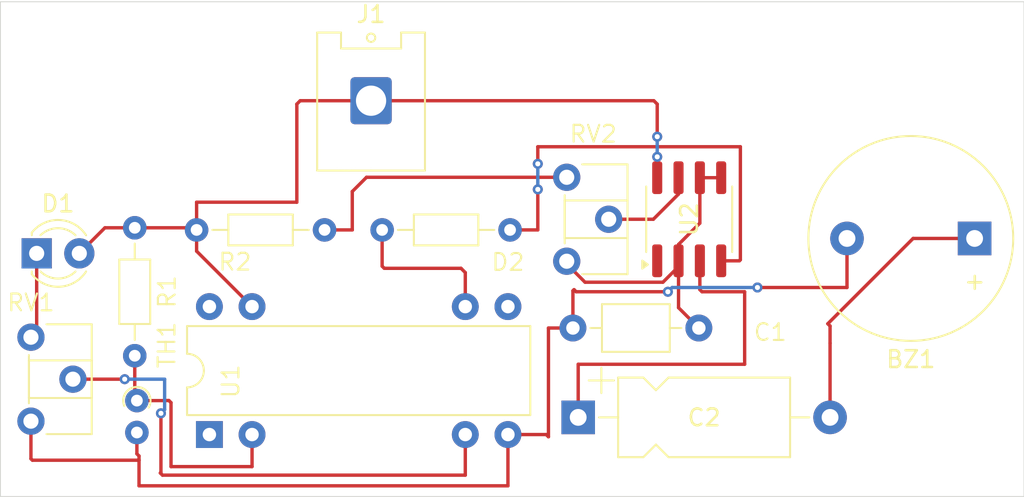
<source format=kicad_pcb>
(kicad_pcb (version 20240108) (generator "pcbnew") (generator_version "8.0")
  (layers (0 "F.Cu" signal) (31 "B.Cu" signal) (34 "B.Paste" user) (35 "F.Paste" user) (36 "B.SilkS" user "B.Silkscreen") (37 "F.SilkS" user "F.Silkscreen") (38 "B.Mask" user) (39 "F.Mask" user) (44 "Edge.Cuts" user))
  (net 0 "")
  (net 1 "Net-(BZ1--)")
  (net 2 "Net-(U2-CV)")
  (net 3 "Net-(BZ1-+)")
  (net 4 "Net-(U2-Q)")
  (net 5 "Net-(D1-A)")
  (net 6 "Net-(D1-K)")
  (net 7 "Net-(D2A-A)")
  (net 8 "Net-(D2A-K)")
  (net 9 "Net-(U1--)")
  (net 10 "Net-(R2-Pad2)")
  (net 11 "Net-(U1-+)")
  (net 12 "Net-(U2-DIS)")
  (footprint "Package_DIP:DIP-8-16_W7.62mm" (layer "F.Cu") (at 138.303 101.976 90)
    (property "Reference" "U1" (at 3.17 1.27 -90) (layer "F.SilkS") (effects (font (thickness 0.125))))
    (property "Value" "LM741")
    (fp_line (start 6.46 -1.33) (end 4.81 -1.33) (stroke (width 0.12)) (layer "F.SilkS"))
    (fp_line (start 2.81 -1.33) (end 1.16 -1.33) (stroke (width 0.12)) (layer "F.SilkS"))
    (fp_line (start 1.16 -1.33) (end 1.16 19.11) (stroke (width 0.12)) (layer "F.SilkS"))
    (fp_line (start 6.46 19.11) (end 6.46 -1.33) (stroke (width 0.12)) (layer "F.SilkS"))
    (fp_line (start 1.16 19.11) (end 6.46 19.11) (stroke (width 0.12)) (layer "F.SilkS"))
    (fp_arc (start 4.81 -1.33) (mid 3.81 -0.33) (end 2.81 -1.33) (stroke (width 0.12)) (layer "F.SilkS"))
    (pad "1" thru_hole rect (at 0 0 90) (size 1.6 1.6) (drill 0.8) (layers "*.Cu" "*.Mask"))
    (pad "2" thru_hole circle (at 0 2.54 90) (size 1.6 1.6) (drill 0.8) (layers "*.Cu" "*.Mask") (net 9 "Net-(U1--)"))
    (pad "3" thru_hole circle (at 0 15.24 90) (size 1.6 1.6) (drill 0.8) (layers "*.Cu" "*.Mask") (net 11 "Net-(U1-+)"))
    (pad "4" thru_hole circle (at 0 17.78 90) (size 1.6 1.6) (drill 0.8) (layers "*.Cu" "*.Mask") (net 1 "Net-(BZ1--)"))
    (pad "5" thru_hole circle (at 7.62 17.78 90) (size 1.6 1.6) (drill 0.8) (layers "*.Cu" "*.Mask"))
    (pad "6" thru_hole circle (at 7.62 15.24 90) (size 1.6 1.6) (drill 0.8) (layers "*.Cu" "*.Mask") (net 8 "Net-(D2A-K)"))
    (pad "7" thru_hole circle (at 7.62 2.54 90) (size 1.6 1.6) (drill 0.8) (layers "*.Cu" "*.Mask") (net 5 "Net-(D1-A)"))
    (pad "8" thru_hole circle (at 7.62 0 90) (size 1.6 1.6) (drill 0.8) (layers "*.Cu" "*.Mask"))
  )
  (footprint "Resistor_THT:R_Axial_DIN0204_L3.6mm_D1.6mm_P1.90mm_Vertical" (layer "F.Cu") (at 133.985 99.954 -90)
    (property "Reference" "TH1" (at -3.307 -1.778 90) (layer "F.SilkS") (effects (font (thickness 0.125))))
    (property "Value" "Thermistor" (hide yes))
    (fp_arc (start 0.320095 0.749359) (mid -0.813042 -0.054435) (end 0.417133 -0.7) (stroke (width 0.12)) (layer "F.SilkS"))
    (pad "1" thru_hole circle (at 0 0 270) (size 1.4 1.4) (drill 0.7) (layers "*.Cu" "*.Mask") (net 9 "Net-(U1--)"))
    (pad "2" thru_hole oval (at 1.9 0 270) (size 1.4 1.4) (drill 0.7) (layers "*.Cu" "*.Mask") (net 1 "Net-(BZ1--)"))
  )
  (footprint "LED_THT:LED_D3.0mm" (layer "F.Cu") (at 128.016 91.186)
    (property "Reference" "D1" (at 1.27 -2.96 0) (layer "F.SilkS"))
    (property "Value" "LED")
    (fp_line (start -0.29 -1.236) (end -0.29 -1.08) (stroke (width 0.12)) (layer "F.SilkS"))
    (fp_line (start -0.29 1.08) (end -0.29 1.236) (stroke (width 0.12)) (layer "F.SilkS"))
    (fp_arc (start -0.29 -1.235516) (mid 1.366487 -1.987659) (end 2.942335 -1.078608) (stroke (width 0.12)) (layer "F.SilkS"))
    (fp_arc (start 0.229039 -1.08) (mid 1.270117 -1.5) (end 2.31113 -1.079837) (stroke (width 0.12)) (layer "F.SilkS"))
    (fp_arc (start 2.31113 1.079837) (mid 1.270117 1.5) (end 0.229039 1.08) (stroke (width 0.12)) (layer "F.SilkS"))
    (fp_arc (start 2.942335 1.078608) (mid 1.366487 1.987659) (end -0.29 1.235516) (stroke (width 0.12)) (layer "F.SilkS"))
    (pad "1" thru_hole rect (at 0 0) (size 1.8 1.8) (drill 0.9) (layers "*.Cu" "*.Mask") (net 6 "Net-(D1-K)"))
    (pad "2" thru_hole circle (at 2.54 0) (size 1.8 1.8) (drill 0.9) (layers "*.Cu" "*.Mask") (net 5 "Net-(D1-A)"))
  )
  (footprint "Potentiometer_THT:Potentiometer_ACP_CA6-H2,5_Horizontal" (layer "F.Cu") (at 127.675 96.179)
    (property "Reference" "RV1" (at 0 -2.06 0) (layer "F.SilkS") (effects (font (thickness 0.125))))
    (property "Value" "R_Potentiometer" (hide yes))
    (fp_line (start -0.121 1.066) (end -0.121 3.935) (stroke (width 0.12)) (layer "F.SilkS"))
    (fp_line (start -0.121 1.38) (end -0.121 3.62) (stroke (width 0.12)) (layer "F.SilkS"))
    (fp_line (start -0.121 1.38) (end 3.62 1.38) (stroke (width 0.12)) (layer "F.SilkS"))
    (fp_line (start -0.121 3.62) (end 3.62 3.62) (stroke (width 0.12)) (layer "F.SilkS"))
    (fp_line (start 0.925 -0.77) (end 3.62 -0.77) (stroke (width 0.12)) (layer "F.SilkS"))
    (fp_line (start 0.925 5.77) (end 3.62 5.77) (stroke (width 0.12)) (layer "F.SilkS"))
    (fp_line (start 3.62 -0.77) (end 3.62 5.77) (stroke (width 0.12)) (layer "F.SilkS"))
    (fp_line (start 3.62 1.38) (end 3.62 3.62) (stroke (width 0.12)) (layer "F.SilkS"))
    (pad "1" thru_hole circle (at 0 0) (size 1.62 1.62) (drill 0.9) (layers "*.Cu" "*.Mask") (net 6 "Net-(D1-K)"))
    (pad "2" thru_hole circle (at 2.5 2.5) (size 1.62 1.62) (drill 0.9) (layers "*.Cu" "*.Mask") (net 11 "Net-(U1-+)"))
    (pad "3" thru_hole circle (at 0 5) (size 1.62 1.62) (drill 0.9) (layers "*.Cu" "*.Mask") (net 1 "Net-(BZ1--)"))
  )
  (footprint "Resistor_THT:R_Axial_DIN0204_L3.6mm_D1.6mm_P7.62mm_Horizontal" (layer "F.Cu") (at 156.21 89.789 180)
    (property "Reference" "D2" (at 0.127 -1.92 180) (layer "F.SilkS") (effects (font (thickness 0.125))))
    (property "Value" "5.1v 400mW")
    (fp_line (start 6.68 0) (end 5.73 0) (stroke (width 0.12)) (layer "F.SilkS"))
    (fp_line (start 5.73 0.92) (end 5.73 -0.92) (stroke (width 0.12)) (layer "F.SilkS"))
    (fp_line (start 5.73 -0.92) (end 1.89 -0.92) (stroke (width 0.12)) (layer "F.SilkS"))
    (fp_line (start 1.89 0.92) (end 5.73 0.92) (stroke (width 0.12)) (layer "F.SilkS"))
    (fp_line (start 1.89 -0.92) (end 1.89 0.92) (stroke (width 0.12)) (layer "F.SilkS"))
    (fp_line (start 0.94 0) (end 1.89 0) (stroke (width 0.12)) (layer "F.SilkS"))
    (pad "1" thru_hole circle (at 0 0 180) (size 1.4 1.4) (drill 0.7) (layers "*.Cu" "*.Mask") (net 7 "Net-(D2A-A)"))
    (pad "2" thru_hole oval (at 7.62 0 180) (size 1.4 1.4) (drill 0.7) (layers "*.Cu" "*.Mask") (net 8 "Net-(D2A-K)"))
  )
  (footprint "Potentiometer_THT:Potentiometer_ACP_CA6-H2,5_Horizontal" (layer "F.Cu") (at 159.584 86.654)
    (property "Reference" "RV2" (at 1.579 -2.58 0) (layer "F.SilkS") (effects (font (thickness 0.125))))
    (property "Value" "100K")
    (fp_line (start -0.121 1.066) (end -0.121 3.935) (stroke (width 0.12)) (layer "F.SilkS"))
    (fp_line (start -0.121 1.38) (end -0.121 3.62) (stroke (width 0.12)) (layer "F.SilkS"))
    (fp_line (start -0.121 1.38) (end 3.62 1.38) (stroke (width 0.12)) (layer "F.SilkS"))
    (fp_line (start -0.121 3.62) (end 3.62 3.62) (stroke (width 0.12)) (layer "F.SilkS"))
    (fp_line (start 0.925 -0.77) (end 3.62 -0.77) (stroke (width 0.12)) (layer "F.SilkS"))
    (fp_line (start 0.925 5.77) (end 3.62 5.77) (stroke (width 0.12)) (layer "F.SilkS"))
    (fp_line (start 3.62 -0.77) (end 3.62 5.77) (stroke (width 0.12)) (layer "F.SilkS"))
    (fp_line (start 3.62 1.38) (end 3.62 3.62) (stroke (width 0.12)) (layer "F.SilkS"))
    (pad "1" thru_hole circle (at 0 0) (size 1.62 1.62) (drill 0.9) (layers "*.Cu" "*.Mask") (net 10 "Net-(R2-Pad2)"))
    (pad "2" thru_hole circle (at 2.5 2.5) (size 1.62 1.62) (drill 0.9) (layers "*.Cu" "*.Mask") (net 12 "Net-(U2-DIS)"))
    (pad "3" thru_hole circle (at 0 5) (size 1.62 1.62) (drill 0.9) (layers "*.Cu" "*.Mask") (net 2 "Net-(U2-CV)"))
  )
  (footprint "Package_SO:SOIC-8_3.9x4.9mm_P1.27mm" (layer "F.Cu") (at 166.878 89.154 90)
    (property "Reference" "U2" (at 0 0 -90) (layer "F.SilkS"))
    (property "Value" "NE555D")
    (fp_line (start 0 -2.56) (end 1.95 -2.56) (stroke (width 0.12)) (layer "F.SilkS"))
    (fp_line (start 0 -2.56) (end -1.95 -2.56) (stroke (width 0.12)) (layer "F.SilkS"))
    (fp_line (start 0 2.56) (end 1.95 2.56) (stroke (width 0.12)) (layer "F.SilkS"))
    (fp_line (start 0 2.56) (end -1.95 2.56) (stroke (width 0.12)) (layer "F.SilkS"))
    (fp_poly (pts (xy -2.7 -2.465) (xy -2.94 -2.795) (xy -2.46 -2.795) (xy -2.7 -2.465)) (stroke (width 0.12)) (fill solid) (layer "F.SilkS"))
    (pad "1" smd roundrect (at -2.475 -1.905 90) (size 1.95 0.6) (layers "F.Cu" "F.Paste" "F.Mask"))
    (pad "2" smd roundrect (at -2.475 -0.635 90) (size 1.95 0.6) (layers "F.Cu" "F.Paste" "F.Mask") (net 2 "Net-(U2-CV)"))
    (pad "3" smd roundrect (at -2.475 0.635 90) (size 1.95 0.6) (layers "F.Cu" "F.Paste" "F.Mask") (net 4 "Net-(U2-Q)"))
    (pad "4" smd roundrect (at -2.475 1.905 90) (size 1.95 0.6) (layers "F.Cu" "F.Paste" "F.Mask") (net 7 "Net-(D2A-A)"))
    (pad "5" smd roundrect (at 2.475 1.905 90) (size 1.95 0.6) (layers "F.Cu" "F.Paste" "F.Mask") (net 2 "Net-(U2-CV)"))
    (pad "6" smd roundrect (at 2.475 0.635 90) (size 1.95 0.6) (layers "F.Cu" "F.Paste" "F.Mask") (net 2 "Net-(U2-CV)"))
    (pad "7" smd roundrect (at 2.475 -0.635 90) (size 1.95 0.6) (layers "F.Cu" "F.Paste" "F.Mask") (net 12 "Net-(U2-DIS)"))
    (pad "8" smd roundrect (at 2.475 -1.905 90) (size 1.95 0.6) (layers "F.Cu" "F.Paste" "F.Mask") (net 5 "Net-(D1-A)"))
  )
  (footprint "Resistor_THT:R_Axial_DIN0204_L3.6mm_D1.6mm_P7.62mm_Horizontal" (layer "F.Cu") (at 137.541 89.789)
    (property "Reference" "R2" (at 2.286 1.905 0) (layer "F.SilkS") (effects (font (thickness 0.125))))
    (property "Value" "22K")
    (fp_line (start 0.94 0) (end 1.89 0) (stroke (width 0.12)) (layer "F.SilkS"))
    (fp_line (start 1.89 -0.92) (end 1.89 0.92) (stroke (width 0.12)) (layer "F.SilkS"))
    (fp_line (start 1.89 0.92) (end 5.73 0.92) (stroke (width 0.12)) (layer "F.SilkS"))
    (fp_line (start 5.73 -0.92) (end 1.89 -0.92) (stroke (width 0.12)) (layer "F.SilkS"))
    (fp_line (start 5.73 0.92) (end 5.73 -0.92) (stroke (width 0.12)) (layer "F.SilkS"))
    (fp_line (start 6.68 0) (end 5.73 0) (stroke (width 0.12)) (layer "F.SilkS"))
    (pad "1" thru_hole circle (at 0 0) (size 1.4 1.4) (drill 0.7) (layers "*.Cu" "*.Mask") (net 5 "Net-(D1-A)"))
    (pad "2" thru_hole oval (at 7.62 0) (size 1.4 1.4) (drill 0.7) (layers "*.Cu" "*.Mask") (net 10 "Net-(R2-Pad2)"))
  )
  (footprint "Buzzer_Beeper:Buzzer_12x9.5RM7.6" (layer "F.Cu") (at 183.876 90.297 180)
    (property "Reference" "BZ1" (at 3.8 -7.2 180) (layer "F.SilkS"))
    (property "Value" "Buzzer")
    (fp_circle (center 3.8 0) (end 9.9 0) (stroke (width 0.12)) (fill none) (layer "F.SilkS"))
    (fp_text user "+" (at -0.01 -2.54 180) (layer "F.SilkS"))
    (pad "1" thru_hole rect (at 0 0 180) (size 2 2) (drill 1) (layers "*.Cu" "*.Mask") (net 3 "Net-(BZ1-+)"))
    (pad "2" thru_hole circle (at 7.6 0 180) (size 2 2) (drill 1) (layers "*.Cu" "*.Mask") (net 1 "Net-(BZ1--)"))
  )
  (footprint "Capacitor_THT:CP_Axial_L10.0mm_D4.5mm_P15.00mm_Horizontal" (layer "F.Cu") (at 160.267 100.9535)
    (property "Reference" "C2" (at 7.5 0.0115 0) (layer "F.SilkS"))
    (property "Value" "100u")
    (fp_line (start 0.63 -2.2) (end 2.13 -2.2) (stroke (width 0.12)) (layer "F.SilkS"))
    (fp_line (start 1.24 0) (end 2.38 0) (stroke (width 0.12)) (layer "F.SilkS"))
    (fp_line (start 1.38 -2.95) (end 1.38 -1.45) (stroke (width 0.12)) (layer "F.SilkS"))
    (fp_line (start 2.38 -2.37) (end 2.38 2.37) (stroke (width 0.12)) (layer "F.SilkS"))
    (fp_line (start 2.38 -2.37) (end 3.88 -2.37) (stroke (width 0.12)) (layer "F.SilkS"))
    (fp_line (start 2.38 2.37) (end 3.88 2.37) (stroke (width 0.12)) (layer "F.SilkS"))
    (fp_line (start 3.88 -2.37) (end 4.63 -1.62) (stroke (width 0.12)) (layer "F.SilkS"))
    (fp_line (start 3.88 2.37) (end 4.63 1.62) (stroke (width 0.12)) (layer "F.SilkS"))
    (fp_line (start 4.63 -1.62) (end 5.38 -2.37) (stroke (width 0.12)) (layer "F.SilkS"))
    (fp_line (start 4.63 1.62) (end 5.38 2.37) (stroke (width 0.12)) (layer "F.SilkS"))
    (fp_line (start 5.38 -2.37) (end 12.62 -2.37) (stroke (width 0.12)) (layer "F.SilkS"))
    (fp_line (start 5.38 2.37) (end 12.62 2.37) (stroke (width 0.12)) (layer "F.SilkS"))
    (fp_line (start 12.62 -2.37) (end 12.62 2.37) (stroke (width 0.12)) (layer "F.SilkS"))
    (fp_line (start 13.76 0) (end 12.62 0) (stroke (width 0.12)) (layer "F.SilkS"))
    (pad "1" thru_hole rect (at 0 0) (size 2 2) (drill 1) (layers "*.Cu" "*.Mask") (net 4 "Net-(U2-Q)"))
    (pad "2" thru_hole oval (at 15 0) (size 2 2) (drill 1) (layers "*.Cu" "*.Mask") (net 3 "Net-(BZ1-+)"))
  )
  (footprint "Connector_Hirose:Hirose_DF63M-1P-3.96DSA_1x01_P3.96mm_Vertical" (layer "F.Cu") (at 147.931 82.094)
    (property "Reference" "J1" (at 0 -5.15 0) (layer "F.SilkS"))
    (property "Value" "+12v")
    (fp_line (start -3.21 -4.06) (end -1.79 -4.06) (stroke (width 0.12)) (layer "F.SilkS"))
    (fp_line (start -3.21 4.16) (end -3.21 -4.06) (stroke (width 0.12)) (layer "F.SilkS"))
    (fp_line (start -1.79 -4.06) (end -1.79 -3.11) (stroke (width 0.12)) (layer "F.SilkS"))
    (fp_line (start -1.79 -3.11) (end 0 -3.11) (stroke (width 0.12)) (layer "F.SilkS"))
    (fp_line (start 0 4.16) (end -3.21 4.16) (stroke (width 0.12)) (layer "F.SilkS"))
    (fp_line (start 0 4.16) (end 3.21 4.16) (stroke (width 0.12)) (layer "F.SilkS"))
    (fp_line (start 1.79 -4.06) (end 1.79 -3.11) (stroke (width 0.12)) (layer "F.SilkS"))
    (fp_line (start 1.79 -3.11) (end 0 -3.11) (stroke (width 0.12)) (layer "F.SilkS"))
    (fp_line (start 3.21 -4.06) (end 1.79 -4.06) (stroke (width 0.12)) (layer "F.SilkS"))
    (fp_line (start 3.21 4.16) (end 3.21 -4.06) (stroke (width 0.12)) (layer "F.SilkS"))
    (fp_circle (center 0 -3.75) (end 0.25 -3.75) (stroke (width 0.12)) (fill none) (layer "F.SilkS"))
    (pad "" np_thru_hole circle (at -1.5 3.25) (size 1.6 1.6) (drill 1.6) (layers "*.Cu" "*.Mask"))
    (pad "1" thru_hole roundrect (at 0 0) (size 2.46 2.8) (drill 1.8) (layers "*.Cu" "*.Mask") (roundrect_rratio 0.101626) (net 5 "Net-(D1-A)"))
  )
  (footprint "Capacitor_THT:C_Axial_L3.8mm_D2.6mm_P7.50mm_Horizontal" (layer "F.Cu") (at 167.453 95.631 180)
    (property "Reference" "C1" (at -4.251 -0.254 180) (layer "F.SilkS") (effects (font (thickness 0.125))))
    (property "Value" "0.01u")
    (fp_line (start 6.46 0) (end 5.77 0) (stroke (width 0.12)) (layer "F.SilkS"))
    (fp_line (start 5.77 1.42) (end 5.77 -1.42) (stroke (width 0.12)) (layer "F.SilkS"))
    (fp_line (start 5.77 -1.42) (end 1.73 -1.42) (stroke (width 0.12)) (layer "F.SilkS"))
    (fp_line (start 1.73 1.42) (end 5.77 1.42) (stroke (width 0.12)) (layer "F.SilkS"))
    (fp_line (start 1.73 -1.42) (end 1.73 1.42) (stroke (width 0.12)) (layer "F.SilkS"))
    (fp_line (start 1.04 0) (end 1.73 0) (stroke (width 0.12)) (layer "F.SilkS"))
    (pad "1" thru_hole circle (at 0 0 180) (size 1.6 1.6) (drill 0.8) (layers "*.Cu" "*.Mask") (net 2 "Net-(U2-CV)"))
    (pad "2" thru_hole oval (at 7.5 0 180) (size 1.6 1.6) (drill 0.8) (layers "*.Cu" "*.Mask") (net 1 "Net-(BZ1--)"))
  )
  (footprint "Resistor_THT:R_Axial_DIN0204_L3.6mm_D1.6mm_P7.62mm_Horizontal" (layer "F.Cu") (at 133.858 89.662 -90)
    (property "Reference" "R1" (at 3.81 -1.92 90) (layer "F.SilkS") (effects (font (thickness 0.125))))
    (property "Value" "4.7k")
    (fp_line (start 1.89 0.92) (end 5.73 0.92) (stroke (width 0.12)) (layer "F.SilkS"))
    (fp_line (start 5.73 0.92) (end 5.73 -0.92) (stroke (width 0.12)) (layer "F.SilkS"))
    (fp_line (start 0.94 0) (end 1.89 0) (stroke (width 0.12)) (layer "F.SilkS"))
    (fp_line (start 6.68 0) (end 5.73 0) (stroke (width 0.12)) (layer "F.SilkS"))
    (fp_line (start 1.89 -0.92) (end 1.89 0.92) (stroke (width 0.12)) (layer "F.SilkS"))
    (fp_line (start 5.73 -0.92) (end 1.89 -0.92) (stroke (width 0.12)) (layer "F.SilkS"))
    (pad "1" thru_hole circle (at 0 0 270) (size 1.4 1.4) (drill 0.7) (layers "*.Cu" "*.Mask") (net 5 "Net-(D1-A)"))
    (pad "2" thru_hole oval (at 7.62 0 270) (size 1.4 1.4) (drill 0.7) (layers "*.Cu" "*.Mask") (net 9 "Net-(U1--)"))
  )
  (gr_rect (start 125.857 76.2) (end 186.817 105.664) (stroke (width 0.05)) (fill none) (layer "Edge.Cuts"))
  (segment (start 159.953 93.412) (end 160.02 93.345) (width 0.2) (layer "F.Cu") (net 1))
  (segment (start 134.112 105.029) (end 156.083 105.029) (width 0.2) (layer "F.Cu") (net 1))
  (segment (start 158.496 95.631) (end 159.953 95.631) (width 0.2) (layer "F.Cu") (net 1))
  (segment (start 127.762 103.505) (end 134.112 103.505) (width 0.2) (layer "F.Cu") (net 1))
  (segment (start 156.083 105.029) (end 156.083 101.976) (width 0.2) (layer "F.Cu") (net 1))
  (segment (start 158.496 102.108) (end 158.496 95.631) (width 0.2) (layer "F.Cu") (net 1))
  (segment (start 133.985 103.124) (end 133.985 101.854) (width 0.2) (layer "F.Cu") (net 1))
  (segment (start 176.276 93.218) (end 176.276 90.297) (width 0.2) (layer "F.Cu") (net 1))
  (segment (start 134.112 103.505) (end 134.112 105.029) (width 0.2) (layer "F.Cu") (net 1))
  (segment (start 127.675 103.418) (end 127.762 103.505) (width 0.2) (layer "F.Cu") (net 1))
  (segment (start 134.112 103.251) (end 133.985 103.124) (width 0.2) (layer "F.Cu") (net 1))
  (segment (start 156.083 101.976) (end 158.364 101.976) (width 0.2) (layer "F.Cu") (net 1))
  (segment (start 170.942 93.218) (end 176.276 93.218) (width 0.2) (layer "F.Cu") (net 1))
  (segment (start 158.364 101.976) (end 158.496 102.108) (width 0.2) (layer "F.Cu") (net 1))
  (segment (start 160.02 93.345) (end 160.147 93.472) (width 0.2) (layer "F.Cu") (net 1))
  (segment (start 134.112 103.505) (end 134.112 103.251) (width 0.2) (layer "F.Cu") (net 1))
  (segment (start 159.953 95.631) (end 159.953 93.412) (width 0.2) (layer "F.Cu") (net 1))
  (segment (start 160.147 93.472) (end 165.608 93.472) (width 0.2) (layer "F.Cu") (net 1))
  (segment (start 127.675 101.179) (end 127.675 103.418) (width 0.2) (layer "F.Cu") (net 1))
  (via (at 170.942 93.218) (size 0.6) (drill 0.3) (layers "F.Cu" "B.Cu") (net 1))
  (via (at 165.608 93.472) (size 0.6) (drill 0.3) (layers "F.Cu" "B.Cu") (net 1))
  (segment (start 165.862 93.218) (end 170.942 93.218) (width 0.2) (layer "B.Cu") (net 1))
  (segment (start 165.608 93.472) (end 165.862 93.218) (width 0.2) (layer "B.Cu") (net 1))
  (segment (start 160.675 92.904) (end 159.425 91.654) (width 0.2) (layer "F.Cu") (net 2))
  (segment (start 166.243 91.629) (end 166.243 90.654001) (width 0.2) (layer "F.Cu") (net 2))
  (segment (start 166.243 90.654001) (end 167.513 89.384001) (width 0.2) (layer "F.Cu") (net 2))
  (segment (start 167.453 95.631) (end 166.243 94.421) (width 0.2) (layer "F.Cu") (net 2))
  (segment (start 166.243 94.421) (end 166.243 91.629) (width 0.2) (layer "F.Cu") (net 2))
  (segment (start 166.243 91.974552) (end 165.313552 92.904) (width 0.2) (layer "F.Cu") (net 2))
  (segment (start 166.243 91.629) (end 166.243 91.974552) (width 0.2) (layer "F.Cu") (net 2))
  (segment (start 165.313552 92.904) (end 160.675 92.904) (width 0.2) (layer "F.Cu") (net 2))
  (segment (start 168.783 86.679) (end 167.513 86.679) (width 0.2) (layer "F.Cu") (net 2))
  (segment (start 167.513 89.384001) (end 167.513 86.679) (width 0.2) (layer "F.Cu") (net 2))
  (segment (start 175.267 95.511) (end 175.267 96.53528) (width 0.2) (layer "F.Cu") (net 3))
  (segment (start 175.251923 95.495923) (end 175.267 95.511) (width 0.2) (layer "F.Cu") (net 3))
  (segment (start 183.876 90.297) (end 180.213 90.297) (width 0.2) (layer "F.Cu") (net 3))
  (segment (start 175.267 96.53528) (end 175.267 100.9535) (width 0.2) (layer "F.Cu") (net 3))
  (segment (start 180.213 90.297) (end 175.133 95.377) (width 0.2) (layer "F.Cu") (net 3))
  (segment (start 175.133 95.377) (end 175.251923 95.495923) (width 0.2) (layer "F.Cu") (net 3))
  (segment (start 160.274 97.79) (end 170.18 97.79) (width 0.2) (layer "F.Cu") (net 4))
  (segment (start 170.18 93.472) (end 167.64 93.472) (width 0.2) (layer "F.Cu") (net 4))
  (segment (start 167.64 93.472) (end 167.513 93.345) (width 0.2) (layer "F.Cu") (net 4))
  (segment (start 170.18 97.79) (end 170.18 93.472) (width 0.2) (layer "F.Cu") (net 4))
  (segment (start 167.513 93.345) (end 167.513 91.629) (width 0.2) (layer "F.Cu") (net 4))
  (segment (start 160.267 100.9535) (end 160.267 97.797) (width 0.2) (layer "F.Cu") (net 4))
  (segment (start 160.267 97.797) (end 160.274 97.79) (width 0.2) (layer "F.Cu") (net 4))
  (segment (start 164.771 82.094) (end 147.931 82.094) (width 0.2) (layer "F.Cu") (net 5))
  (segment (start 130.556 91.186) (end 132.08 89.662) (width 0.2) (layer "F.Cu") (net 5))
  (segment (start 137.541 88.138) (end 143.51 88.138) (width 0.2) (layer "F.Cu") (net 5))
  (segment (start 133.858 89.662) (end 137.414 89.662) (width 0.2) (layer "F.Cu") (net 5))
  (segment (start 164.973 82.296) (end 164.771 82.094) (width 0.2) (layer "F.Cu") (net 5))
  (segment (start 137.541 89.789) (end 137.541 88.138) (width 0.2) (layer "F.Cu") (net 5))
  (segment (start 164.973 86.679) (end 164.973 85.436) (width 0.2) (layer "F.Cu") (net 5))
  (segment (start 164.973 84.236) (end 164.973 82.296) (width 0.2) (layer "F.Cu") (net 5))
  (segment (start 143.712 82.094) (end 147.931 82.094) (width 0.2) (layer "F.Cu") (net 5))
  (segment (start 132.08 89.662) (end 133.858 89.662) (width 0.2) (layer "F.Cu") (net 5))
  (segment (start 143.51 82.296) (end 143.712 82.094) (width 0.2) (layer "F.Cu") (net 5))
  (segment (start 137.541 89.789) (end 137.541 91.054) (width 0.2) (layer "F.Cu") (net 5))
  (segment (start 137.541 91.054) (end 140.843 94.356) (width 0.2) (layer "F.Cu") (net 5))
  (segment (start 143.51 88.138) (end 143.51 82.296) (width 0.2) (layer "F.Cu") (net 5))
  (segment (start 137.414 89.662) (end 137.541 89.789) (width 0.2) (layer "F.Cu") (net 5))
  (via (at 164.973 85.436) (size 0.6) (drill 0.3) (layers "F.Cu" "B.Cu") (net 5))
  (via (at 164.973 84.236) (size 0.6) (drill 0.3) (layers "F.Cu" "B.Cu") (net 5))
  (segment (start 164.973 85.436) (end 164.973 84.236) (width 0.2) (layer "B.Cu") (net 5))
  (segment (start 128.016 91.186) (end 128.016 95.838) (width 0.2) (layer "F.Cu") (net 6))
  (segment (start 128.016 95.838) (end 127.675 96.179) (width 0.2) (layer "F.Cu") (net 6))
  (segment (start 157.861 85.852) (end 157.861 84.836) (width 0.2) (layer "F.Cu") (net 7))
  (segment (start 169.926 91.567) (end 169.864 91.629) (width 0.2) (layer "F.Cu") (net 7))
  (segment (start 169.926 84.836) (end 169.926 91.567) (width 0.2) (layer "F.Cu") (net 7))
  (segment (start 157.861 89.789) (end 157.861 87.376) (width 0.2) (layer "F.Cu") (net 7))
  (segment (start 157.861 84.836) (end 169.926 84.836) (width 0.2) (layer "F.Cu") (net 7))
  (segment (start 156.21 89.789) (end 157.861 89.789) (width 0.2) (layer "F.Cu") (net 7))
  (segment (start 169.864 91.629) (end 168.783 91.629) (width 0.2) (layer "F.Cu") (net 7))
  (via (at 157.861 85.852) (size 0.6) (drill 0.3) (layers "F.Cu" "B.Cu") (net 7))
  (via (at 157.861 87.376) (size 0.6) (drill 0.3) (layers "F.Cu" "B.Cu") (net 7))
  (segment (start 157.861 87.376) (end 157.861 85.852) (width 0.2) (layer "B.Cu") (net 7))
  (segment (start 148.59 91.948) (end 148.717 92.075) (width 0.2) (layer "F.Cu") (net 8))
  (segment (start 153.543 92.329) (end 153.543 94.356) (width 0.2) (layer "F.Cu") (net 8))
  (segment (start 153.289 92.075) (end 153.543 92.329) (width 0.2) (layer "F.Cu") (net 8))
  (segment (start 148.717 92.075) (end 153.289 92.075) (width 0.2) (layer "F.Cu") (net 8))
  (segment (start 148.59 89.789) (end 148.59 91.948) (width 0.2) (layer "F.Cu") (net 8))
  (segment (start 135.636 99.949) (end 135.631 99.954) (width 0.2) (layer "F.Cu") (net 9))
  (segment (start 135.89 99.949) (end 135.636 99.949) (width 0.2) (layer "F.Cu") (net 9))
  (segment (start 133.858 99.827) (end 133.985 99.954) (width 0.2) (layer "F.Cu") (net 9))
  (segment (start 135.631 99.954) (end 133.985 99.954) (width 0.2) (layer "F.Cu") (net 9))
  (segment (start 140.843 103.886) (end 136.017 103.886) (width 0.2) (layer "F.Cu") (net 9))
  (segment (start 136.017 103.886) (end 136.017 100.076) (width 0.2) (layer "F.Cu") (net 9))
  (segment (start 140.843 101.976) (end 140.843 103.886) (width 0.2) (layer "F.Cu") (net 9))
  (segment (start 133.858 97.282) (end 133.858 99.827) (width 0.2) (layer "F.Cu") (net 9))
  (segment (start 136.017 100.076) (end 135.89 99.949) (width 0.2) (layer "F.Cu") (net 9))
  (segment (start 146.812 87.503) (end 147.661 86.654) (width 0.2) (layer "F.Cu") (net 10))
  (segment (start 145.161 89.789) (end 146.812 89.789) (width 0.2) (layer "F.Cu") (net 10))
  (segment (start 147.661 86.654) (end 159.425 86.654) (width 0.2) (layer "F.Cu") (net 10))
  (segment (start 146.812 89.789) (end 146.812 87.503) (width 0.2) (layer "F.Cu") (net 10))
  (segment (start 153.543 104.394) (end 153.543 101.976) (width 0.2) (layer "F.Cu") (net 11))
  (segment (start 135.382 104.267) (end 135.509 104.394) (width 0.2) (layer "F.Cu") (net 11))
  (segment (start 135.509 104.394) (end 153.543 104.394) (width 0.2) (layer "F.Cu") (net 11))
  (segment (start 130.175 98.679) (end 133.258 98.679) (width 0.2) (layer "F.Cu") (net 11))
  (segment (start 135.417 104.232) (end 135.382 104.267) (width 0.2) (layer "F.Cu") (net 11))
  (segment (start 135.417 100.711) (end 135.417 104.232) (width 0.2) (layer "F.Cu") (net 11))
  (via (at 133.258 98.679) (size 0.6) (drill 0.3) (layers "F.Cu" "B.Cu") (net 11))
  (via (at 135.417 100.711) (size 0.6) (drill 0.3) (layers "F.Cu" "B.Cu") (net 11))
  (segment (start 135.636 98.679) (end 135.636 100.492) (width 0.2) (layer "B.Cu") (net 11))
  (segment (start 133.258 98.679) (end 135.636 98.679) (width 0.2) (layer "B.Cu") (net 11))
  (segment (start 135.636 100.492) (end 135.417 100.711) (width 0.2) (layer "B.Cu") (net 11))
  (segment (start 164.742999 89.154) (end 161.925 89.154) (width 0.2) (layer "F.Cu") (net 12))
  (segment (start 166.243 86.679) (end 166.243 87.653999) (width 0.2) (layer "F.Cu") (net 12))
  (segment (start 166.243 87.653999) (end 164.742999 89.154) (width 0.2) (layer "F.Cu") (net 12))
)
</source>
